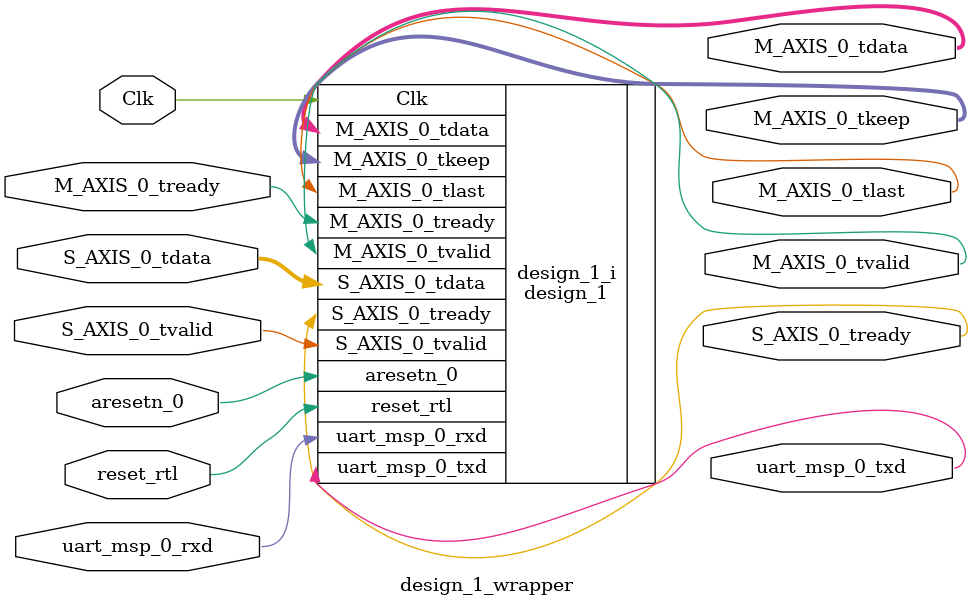
<source format=v>
`timescale 1 ps / 1 ps

module design_1_wrapper
   (Clk,
    M_AXIS_0_tdata,
    M_AXIS_0_tkeep,
    M_AXIS_0_tlast,
    M_AXIS_0_tready,
    M_AXIS_0_tvalid,
    S_AXIS_0_tdata,
    S_AXIS_0_tready,
    S_AXIS_0_tvalid,
    aresetn_0,
    reset_rtl,
    uart_msp_0_rxd,
    uart_msp_0_txd);
  input Clk;
  output [255:0]M_AXIS_0_tdata;
  output [31:0]M_AXIS_0_tkeep;
  output M_AXIS_0_tlast;
  input M_AXIS_0_tready;
  output M_AXIS_0_tvalid;
  input [255:0]S_AXIS_0_tdata;
  output S_AXIS_0_tready;
  input S_AXIS_0_tvalid;
  input aresetn_0;
  input reset_rtl;
  input uart_msp_0_rxd;
  output uart_msp_0_txd;

  wire Clk;
  wire [255:0]M_AXIS_0_tdata;
  wire [31:0]M_AXIS_0_tkeep;
  wire M_AXIS_0_tlast;
  wire M_AXIS_0_tready;
  wire M_AXIS_0_tvalid;
  wire [255:0]S_AXIS_0_tdata;
  wire S_AXIS_0_tready;
  wire S_AXIS_0_tvalid;
  wire aresetn_0;
  wire reset_rtl;
  wire uart_msp_0_rxd;
  wire uart_msp_0_txd;

  design_1 design_1_i
       (.Clk(Clk),
        .M_AXIS_0_tdata(M_AXIS_0_tdata),
        .M_AXIS_0_tkeep(M_AXIS_0_tkeep),
        .M_AXIS_0_tlast(M_AXIS_0_tlast),
        .M_AXIS_0_tready(M_AXIS_0_tready),
        .M_AXIS_0_tvalid(M_AXIS_0_tvalid),
        .S_AXIS_0_tdata(S_AXIS_0_tdata),
        .S_AXIS_0_tready(S_AXIS_0_tready),
        .S_AXIS_0_tvalid(S_AXIS_0_tvalid),
        .aresetn_0(aresetn_0),
        .reset_rtl(reset_rtl),
        .uart_msp_0_rxd(uart_msp_0_rxd),
        .uart_msp_0_txd(uart_msp_0_txd));
endmodule

</source>
